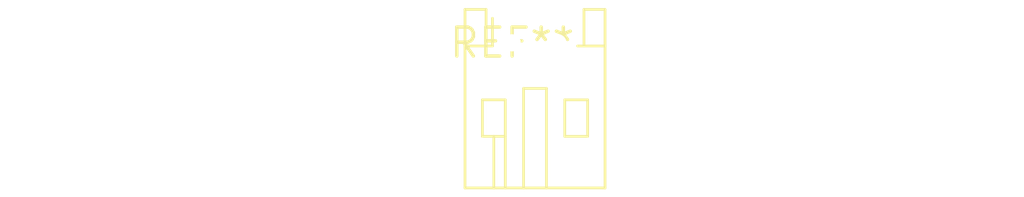
<source format=kicad_pcb>
(kicad_pcb (version 20240108) (generator pcbnew)
  (layers (0 "F.Cu" signal) (31 "B.Cu" signal) (34 "B.Paste" user) (35 "F.Paste" user) (36 "B.SilkS" user "B.Silkscreen") (37 "F.SilkS" user "F.Silkscreen") (38 "B.Mask" user) (39 "F.Mask" user) (44 "Edge.Cuts" user))
  (net 0 "")
  (footprint "JST_PH_S2B-PH-K_1x02_P2.00mm_Horizontal" (layer "F.Cu") (at 0 0)
    (property "Reference" "REF**")
    (property "Value" "JST_PH_S2B-PH-K_1x02_P2.00mm_Horizontal")
    (fp_line (start -2.06 -1.46) (end -2.06 6.36) (layer "F.SilkS") (stroke (width 0.12)))
    (fp_line (start -2.06 0.14) (end -1.14 0.14) (layer "F.SilkS") (stroke (width 0.12)))
    (fp_line (start -2.06 6.36) (end 4.06 6.36) (layer "F.SilkS") (stroke (width 0.12)))
    (fp_line (start -1.3 2.5) (end -1.3 4.1) (layer "F.SilkS") (stroke (width 0.12)))
    (fp_line (start -1.3 4.1) (end -0.3 4.1) (layer "F.SilkS") (stroke (width 0.12)))
    (fp_line (start -1.14 -1.46) (end -2.06 -1.46) (layer "F.SilkS") (stroke (width 0.12)))
    (fp_line (start -1.14 0.14) (end -1.14 -1.46) (layer "F.SilkS") (stroke (width 0.12)))
    (fp_line (start -0.86 0.14) (end -1.14 0.14) (layer "F.SilkS") (stroke (width 0.12)))
    (fp_line (start -0.86 0.14) (end -0.86 -1.075) (layer "F.SilkS") (stroke (width 0.12)))
    (fp_line (start -0.8 4.1) (end -0.8 6.36) (layer "F.SilkS") (stroke (width 0.12)))
    (fp_line (start -0.3 2.5) (end -1.3 2.5) (layer "F.SilkS") (stroke (width 0.12)))
    (fp_line (start -0.3 4.1) (end -0.3 2.5) (layer "F.SilkS") (stroke (width 0.12)))
    (fp_line (start -0.3 4.1) (end -0.3 6.36) (layer "F.SilkS") (stroke (width 0.12)))
    (fp_line (start 0.5 2) (end 1.5 2) (layer "F.SilkS") (stroke (width 0.12)))
    (fp_line (start 0.5 6.36) (end 0.5 2) (layer "F.SilkS") (stroke (width 0.12)))
    (fp_line (start 1.5 2) (end 1.5 6.36) (layer "F.SilkS") (stroke (width 0.12)))
    (fp_line (start 2.3 2.5) (end 3.3 2.5) (layer "F.SilkS") (stroke (width 0.12)))
    (fp_line (start 2.3 4.1) (end 2.3 2.5) (layer "F.SilkS") (stroke (width 0.12)))
    (fp_line (start 3.14 -1.46) (end 3.14 0.14) (layer "F.SilkS") (stroke (width 0.12)))
    (fp_line (start 3.14 0.14) (end 2.86 0.14) (layer "F.SilkS") (stroke (width 0.12)))
    (fp_line (start 3.3 2.5) (end 3.3 4.1) (layer "F.SilkS") (stroke (width 0.12)))
    (fp_line (start 3.3 4.1) (end 2.3 4.1) (layer "F.SilkS") (stroke (width 0.12)))
    (fp_line (start 4.06 -1.46) (end 3.14 -1.46) (layer "F.SilkS") (stroke (width 0.12)))
    (fp_line (start 4.06 0.14) (end 3.14 0.14) (layer "F.SilkS") (stroke (width 0.12)))
    (fp_line (start 4.06 6.36) (end 4.06 -1.46) (layer "F.SilkS") (stroke (width 0.12)))
    (pad "1" thru_hole roundrect (at 0 0) (size 1.2 1.75) (drill 0.75) (layers *.Cu *.Mask) (remove_unused_layers) (roundrect_rratio 0.208333))
    (pad "2" thru_hole oval (at 2 0) (size 1.2 1.75) (drill 0.75) (layers *.Cu *.Mask) (remove_unused_layers))
  )
)
</source>
